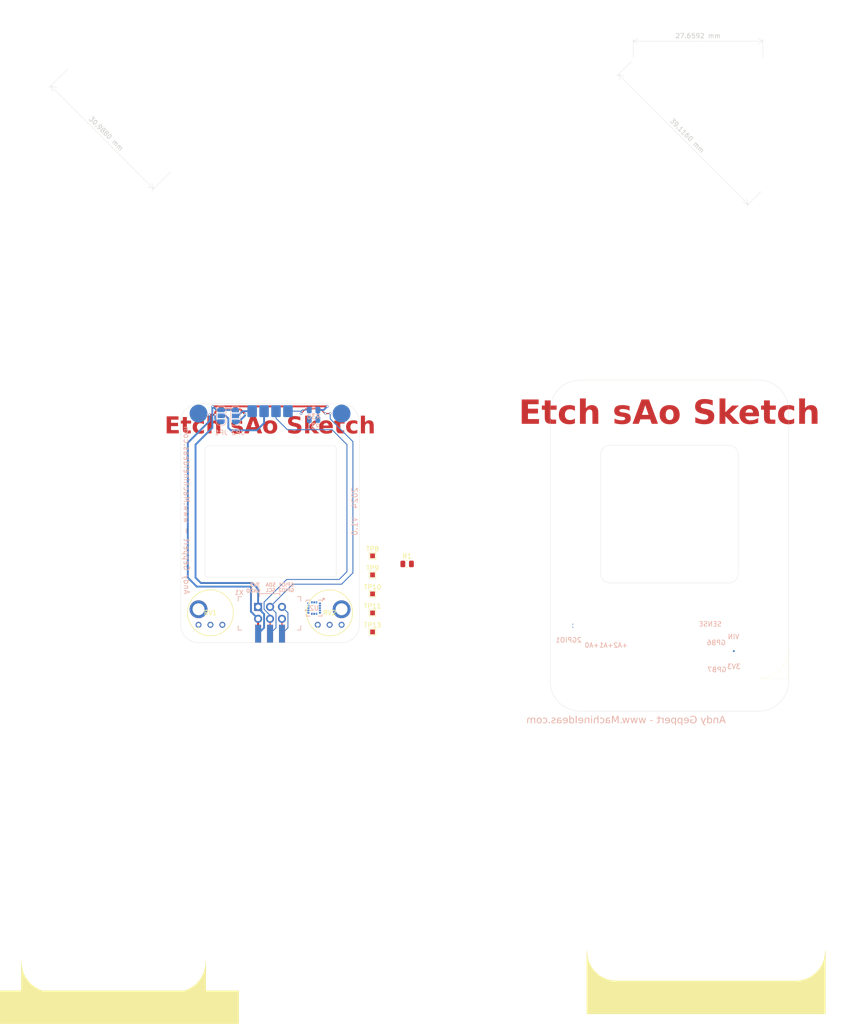
<source format=kicad_pcb>
(kicad_pcb (version 20240108) (generator "pcbnew") (generator_version "8.0")
  (title_block (title "Core4 SAO - PCB Layout") (date "2024-08-21") (rev "0.1") (company "Andy Geppert - Machine Ideas, LLC"))
  (layers (0 "F.Cu" signal) (31 "B.Cu" signal) (34 "B.Paste" user) (35 "F.Paste" user) (36 "B.SilkS" user "B.Silkscreen") (37 "F.SilkS" user "F.Silkscreen") (38 "B.Mask" user) (39 "F.Mask" user) (44 "Edge.Cuts" user))
  (net 0 "")
  (net 1 "VIN")
  (net 2 "Net-(U2-SDO{slash}SA0)")
  (net 3 "GND")
  (net 4 "Net-(U2-CS)")
  (net 5 "Net-(U2-INT2)")
  (net 6 "/GPIO2")
  (net 7 "Net-(U2-RES)")
  (net 8 "Net-(U2-INT1)")
  (net 9 "Net-(U2-ADC3)")
  (net 11 "/GPIO1")
  (net 13 "/SCL")
  (net 14 "/SDA")
  (net 15 "Net-(JP1-C)")
  (net 16 "Net-(JP2-C)")
  (footprint "Andy_Footprint_Library:POT_RES3_91A_TTE" (layer "F.Cu") (at 65.6082 146.1656)
    (property "Reference" "RV1" (at 2.54 -2.54 0) (layer "F.SilkS"))
    (property "Value" "R_POT")
    (fp_circle (center 0 0.635) (end 0.0762 0.635) (stroke (width 0.1524)) (fill none) (layer "F.SilkS"))
    (fp_circle (center 2.54 -2.54) (end 7.4295 -2.54) (stroke (width 0.1524)) (fill none) (layer "F.SilkS"))
    (pad "1" thru_hole circle (at 0 0) (size 1.27 1.27) (drill 0.762) (layers "*.Cu" "*.Mask") (net 1 "VIN"))
    (pad "2" thru_hole circle (at 2.54 0) (size 1.27 1.27) (drill 0.762) (layers "*.Cu" "*.Mask") (net 11 "/GPIO1"))
    (pad "3" thru_hole circle (at 5.08 0) (size 1.27 1.27) (drill 0.762) (layers "*.Cu" "*.Mask") (net 3 "GND"))
  )
  (footprint "TestPoint:TestPoint_Pad_1.0x1.0mm" (layer "F.Cu") (at 102.6922 131.4896)
    (property "Reference" "TP8" (at 0 -1.448 0) (layer "F.SilkS"))
    (property "Value" "TestPoint")
    (fp_line (start -0.7 -0.7) (end 0.7 -0.7) (stroke (width 0.12)) (layer "F.SilkS"))
    (fp_line (start -0.7 0.7) (end -0.7 -0.7) (stroke (width 0.12)) (layer "F.SilkS"))
    (fp_line (start 0.7 -0.7) (end 0.7 0.7) (stroke (width 0.12)) (layer "F.SilkS"))
    (fp_line (start 0.7 0.7) (end -0.7 0.7) (stroke (width 0.12)) (layer "F.SilkS"))
    (pad "1" smd rect (at 0 0) (size 1 1) (layers "F.Cu" "F.Mask") (net 4 "Net-(U2-CS)"))
  )
  (footprint "Andy_Footprint_Library:Badgelife-SAOv169-BADGE-2x3-Edge-Connect-no-front-text" (layer "F.Cu") (at 80.8482 143.6256)
    (property "Reference" "X1" (at -6.604 -4.318 0) (layer "B.SilkS") (effects (justify mirror)))
    (property "Value" "SAO_conn_SFH11-NBPC-D03-ST-BK")
    (fp_line (start -6.785 -3.45) (end -6.054 -3.45) (stroke (width 0.15)) (layer "B.SilkS"))
    (fp_line (start -6.785 -2.521) (end -6.785 -3.45) (stroke (width 0.15)) (layer "B.SilkS"))
    (fp_line (start -6.785 3.662) (end -6.785 2.733) (stroke (width 0.15)) (layer "B.SilkS"))
    (fp_line (start -6.054 3.662) (end -6.785 3.662) (stroke (width 0.15)) (layer "B.SilkS"))
    (fp_line (start -2.214 -3.451) (end -2.213 -4.085) (stroke (width 0.15)) (layer "B.SilkS"))
    (fp_line (start -2.213 -4.085) (end 2.105 -4.085) (stroke (width 0.15)) (layer "B.SilkS"))
    (fp_line (start 2.105 -4.085) (end 2.105 -3.451) (stroke (width 0.15)) (layer "B.SilkS"))
    (fp_line (start 6.55 -3.45) (end 5.819 -3.45) (stroke (width 0.15)) (layer "B.SilkS"))
    (fp_line (start 6.55 -2.521) (end 6.55 -3.45) (stroke (width 0.15)) (layer "B.SilkS"))
    (fp_line (start 6.55 3.662) (end 5.819 3.662) (stroke (width 0.15)) (layer "B.SilkS"))
    (fp_line (start 6.55 3.662) (end 6.55 2.733) (stroke (width 0.15)) (layer "B.SilkS"))
    (fp_text user "GPIO2" (at 3.429 -4.826 0) (layer "B.SilkS") (effects (font (size 0.75 0.75)) (justify mirror)))
    (fp_text user "GPIO1" (at 3.429 -5.969 0) (layer "B.SilkS") (effects (font (size 0.75 0.75)) (justify mirror)))
    (fp_text user "SCL" (at 0.127 -4.826 0) (layer "B.SilkS") (effects (font (size 0.75 0.75)) (justify mirror)))
    (fp_text user "3V3" (at -3.175 -5.969 0) (layer "B.SilkS") (effects (font (size 0.75 0.75)) (justify mirror)))
    (fp_text user "GNDD" (at -3.556 -4.699 0) (layer "B.SilkS") (effects (font (size 0.75 0.75)) (justify mirror)))
    (fp_text user "SDA" (at 0.127 -5.969 0) (layer "B.SilkS") (effects (font (size 0.75 0.75)) (justify mirror)))
    (pad "1" thru_hole rect (at -2.54 -1.27 270) (size 1.7272 1.7272) (drill 1.016) (layers "*.Cu" "*.Mask") (net 1 "VIN"))
    (pad "1" smd rect (at -2.54 4.445) (size 1.27 3.81) (layers "B.Cu" "B.Mask") (net 1 "VIN"))
    (pad "2" thru_hole circle (at -2.54 1.27 270) (size 1.7272 1.7272) (drill 1.016) (layers "*.Cu" "*.Mask") (net 3 "GND"))
    (pad "2" smd rect (at -2.54 4.445) (size 1.27 3.81) (layers "F.Cu" "F.Mask") (net 3 "GND"))
    (pad "3" thru_hole oval (at 0 -1.27 270) (size 1.7272 1.7272) (drill 1.016) (layers "*.Cu" "*.Mask") (net 14 "/SDA"))
    (pad "3" smd rect (at 0 4.445) (size 1.27 3.81) (layers "B.Cu" "B.Mask") (net 14 "/SDA"))
    (pad "4" thru_hole oval (at 0 1.27 270) (size 1.7272 1.7272) (drill 1.016) (layers "*.Cu" "*.Mask") (net 13 "/SCL"))
    (pad "4" smd rect (at 0 4.445) (size 1.27 3.81) (layers "F.Cu" "F.Mask") (net 13 "/SCL"))
    (pad "5" thru_hole circle (at 2.54 -1.27 270) (size 1.7272 1.7272) (drill 1.016) (layers "*.Cu" "*.Mask") (net 11 "/GPIO1"))
    (pad "5" smd rect (at 2.54 4.445) (size 1.27 3.81) (layers "B.Cu" "B.Mask") (net 11 "/GPIO1"))
    (pad "6" thru_hole circle (at 2.54 1.27 270) (size 1.7272 1.7272) (drill 1.016) (layers "*.Cu" "*.Mask") (net 6 "/GPIO2"))
    (pad "6" smd rect (at 2.54 4.445) (size 1.27 3.81) (layers "F.Cu" "F.Mask") (net 6 "/GPIO2"))
  )
  (footprint "Resistor_SMD:R_0805_2012Metric" (layer "F.Cu") (at 110.0582 133.2116)
    (property "Reference" "R1" (at 0 -1.65 0) (layer "F.SilkS"))
    (property "Value" "10K")
    (fp_line (start -0.227064 -0.735) (end 0.227064 -0.735) (stroke (width 0.12)) (layer "F.SilkS"))
    (fp_line (start -0.227064 0.735) (end 0.227064 0.735) (stroke (width 0.12)) (layer "F.SilkS"))
    (pad "1" smd roundrect (at -0.9125 0) (size 1.025 1.4) (layers "F.Cu" "F.Paste" "F.Mask") (roundrect_rratio 0.243902) (net 1 "VIN"))
    (pad "2" smd roundrect (at 0.9125 0) (size 1.025 1.4) (layers "F.Cu" "F.Paste" "F.Mask") (roundrect_rratio 0.243902) (net 2 "Net-(U2-SDO{slash}SA0)"))
  )
  (footprint "TestPoint:TestPoint_Pad_1.0x1.0mm" (layer "F.Cu") (at 102.6922 139.5896)
    (property "Reference" "TP10" (at 0 -1.448 0) (layer "F.SilkS"))
    (property "Value" "TestPoint")
    (fp_line (start -0.7 -0.7) (end 0.7 -0.7) (stroke (width 0.12)) (layer "F.SilkS"))
    (fp_line (start -0.7 0.7) (end -0.7 -0.7) (stroke (width 0.12)) (layer "F.SilkS"))
    (fp_line (start 0.7 -0.7) (end 0.7 0.7) (stroke (width 0.12)) (layer "F.SilkS"))
    (fp_line (start 0.7 0.7) (end -0.7 0.7) (stroke (width 0.12)) (layer "F.SilkS"))
    (pad "1" smd rect (at 0 0) (size 1 1) (layers "F.Cu" "F.Mask") (net 7 "Net-(U2-RES)"))
  )
  (footprint "Andy_Footprint_Library:POT_RES3_91A_TTE" (layer "F.Cu") (at 91.0082 146.1656)
    (property "Reference" "RV2" (at 2.54 -2.54 0) (layer "F.SilkS"))
    (property "Value" "R_POT")
    (fp_circle (center 0 0.635) (end 0.0762 0.635) (stroke (width 0.1524)) (fill none) (layer "F.SilkS"))
    (fp_circle (center 2.54 -2.54) (end 7.4295 -2.54) (stroke (width 0.1524)) (fill none) (layer "F.SilkS"))
    (pad "1" thru_hole circle (at 0 0) (size 1.27 1.27) (drill 0.762) (layers "*.Cu" "*.Mask") (net 1 "VIN"))
    (pad "2" thru_hole circle (at 2.54 0) (size 1.27 1.27) (drill 0.762) (layers "*.Cu" "*.Mask") (net 6 "/GPIO2"))
    (pad "3" thru_hole circle (at 5.08 0) (size 1.27 1.27) (drill 0.762) (layers "*.Cu" "*.Mask") (net 3 "GND"))
  )
  (footprint "TestPoint:TestPoint_Pad_1.0x1.0mm" (layer "F.Cu") (at 102.6922 147.6896)
    (property "Reference" "TP13" (at 0 -1.448 0) (layer "F.SilkS"))
    (property "Value" "TestPoint")
    (fp_line (start -0.7 -0.7) (end 0.7 -0.7) (stroke (width 0.12)) (layer "F.SilkS"))
    (fp_line (start -0.7 0.7) (end -0.7 -0.7) (stroke (width 0.12)) (layer "F.SilkS"))
    (fp_line (start 0.7 -0.7) (end 0.7 0.7) (stroke (width 0.12)) (layer "F.SilkS"))
    (fp_line (start 0.7 0.7) (end -0.7 0.7) (stroke (width 0.12)) (layer "F.SilkS"))
    (pad "1" smd rect (at 0 0) (size 1 1) (layers "F.Cu" "F.Mask") (net 9 "Net-(U2-ADC3)"))
  )
  (footprint "TestPoint:TestPoint_Pad_1.0x1.0mm" (layer "F.Cu") (at 102.6922 143.6396)
    (property "Reference" "TP11" (at 0 -1.448 0) (layer "F.SilkS"))
    (property "Value" "TestPoint")
    (fp_line (start -0.7 -0.7) (end 0.7 -0.7) (stroke (width 0.12)) (layer "F.SilkS"))
    (fp_line (start -0.7 0.7) (end -0.7 -0.7) (stroke (width 0.12)) (layer "F.SilkS"))
    (fp_line (start 0.7 -0.7) (end 0.7 0.7) (stroke (width 0.12)) (layer "F.SilkS"))
    (fp_line (start 0.7 0.7) (end -0.7 0.7) (stroke (width 0.12)) (layer "F.SilkS"))
    (pad "1" smd rect (at 0 0) (size 1 1) (layers "F.Cu" "F.Mask") (net 8 "Net-(U2-INT1)"))
  )
  (footprint "TestPoint:TestPoint_Pad_1.0x1.0mm" (layer "F.Cu") (at 102.6922 135.5396)
    (property "Reference" "TP9" (at 0 -1.448 0) (layer "F.SilkS"))
    (property "Value" "TestPoint")
    (fp_line (start -0.7 -0.7) (end 0.7 -0.7) (stroke (width 0.12)) (layer "F.SilkS"))
    (fp_line (start -0.7 0.7) (end -0.7 -0.7) (stroke (width 0.12)) (layer "F.SilkS"))
    (fp_line (start 0.7 -0.7) (end 0.7 0.7) (stroke (width 0.12)) (layer "F.SilkS"))
    (fp_line (start 0.7 0.7) (end -0.7 0.7) (stroke (width 0.12)) (layer "F.SilkS"))
    (pad "1" smd rect (at 0 0) (size 1 1) (layers "F.Cu" "F.Mask") (net 5 "Net-(U2-INT2)"))
  )
  (footprint "Jumper:SolderJumper-3_P1.3mm_Open_RoundedPad1.0x1.5mm_NumberLabels" (layer "B.Cu") (at 70.4342 101.6856 90)
    (property "Reference" "JP1" (at -3.586 0 180) (layer "B.SilkS") (effects (justify mirror)))
    (property "Value" "SolderJumper_3_Open")
    (fp_line (start -1.4 -1) (end 1.4 -1) (stroke (width 0.12)) (layer "B.SilkS"))
    (fp_line (start 2.05 -0.3) (end 2.05 0.3) (stroke (width 0.12)) (layer "B.SilkS"))
    (fp_line (start -2.05 0.3) (end -2.05 -0.3) (stroke (width 0.12)) (layer "B.SilkS"))
    (fp_line (start 1.4 1) (end -1.4 1) (stroke (width 0.12)) (layer "B.SilkS"))
    (fp_arc (start 1.35 -1) (mid 1.844975 -0.794975) (end 2.05 -0.3) (stroke (width 0.12)) (layer "B.SilkS"))
    (fp_arc (start -2.05 -0.3) (mid -1.844975 -0.794975) (end -1.35 -1) (stroke (width 0.12)) (layer "B.SilkS"))
    (fp_arc (start 2.05 0.3) (mid 1.844975 0.794975) (end 1.35 1) (stroke (width 0.12)) (layer "B.SilkS"))
    (fp_arc (start -1.35 1) (mid -1.844975 0.794975) (end -2.05 0.3) (stroke (width 0.12)) (layer "B.SilkS"))
    (pad "1" smd custom (at -1.3 0 90) (size 1 0.5) (layers "B.Cu" "B.Mask") (net 3 "GND") (options (clearance outline) (anchor rect)) (primitives (gr_circle (center 0 -0.25) (end 0.5 -0.25) (width 0) (fill yes)) (gr_circle (center 0 0.25) (end 0.5 0.25) (width 0) (fill yes)) (gr_poly (pts (xy 0.55 -0.75) (xy 0 -0.75) (xy 0 0.75) (xy 0.55 0.75)) (width 0) (fill yes))))
    (pad "2" smd rect (at 0 0 90) (size 1 1.5) (layers "B.Cu" "B.Mask") (net 15 "Net-(JP1-C)"))
    (pad "3" smd custom (at 1.3 0 90) (size 1 0.5) (layers "B.Cu" "B.Mask") (net 1 "VIN") (options (clearance outline) (anchor rect)) (primitives (gr_circle (center 0 -0.25) (end 0.5 -0.25) (width 0) (fill yes)) (gr_circle (center 0 0.25) (end 0.5 0.25) (width 0) (fill yes)) (gr_poly (pts (xy 0 -0.75) (xy -0.55 -0.75) (xy -0.55 0.75) (xy 0 0.75)) (width 0) (fill yes))))
  )
  (footprint "Andy_Footprint_Library:LGA-16_3x3x1mm_STM" (layer "B.Cu") (at 90.2462 142.6096 180)
    (property "Reference" "U2" (at 0 0 0) (layer "B.SilkS") (effects (justify mirror)))
    (property "Value" "LIS3DHTR")
    (fp_line (start 1.7018 1.7018) (end 1.7018 1.399413) (stroke (width 0.1524)) (layer "B.SilkS"))
    (fp_line (start 1.7018 -1.399413) (end 1.7018 -1.7018) (stroke (width 0.1524)) (layer "B.SilkS"))
    (fp_line (start 1.7018 -1.7018) (end 0.899411 -1.7018) (stroke (width 0.1524)) (layer "B.SilkS"))
    (fp_line (start 0.899411 1.7018) (end 1.7018 1.7018) (stroke (width 0.1524)) (layer "B.SilkS"))
    (fp_line (start -0.899411 -1.7018) (end -1.7018 -1.7018) (stroke (width 0.1524)) (layer "B.SilkS"))
    (fp_line (start -1.7018 1.7018) (end -0.899411 1.7018) (stroke (width 0.1524)) (layer "B.SilkS"))
    (fp_line (start -1.7018 1.399413) (end -1.7018 1.7018) (stroke (width 0.1524)) (layer "B.SilkS"))
    (fp_line (start -1.7018 -1.7018) (end -1.7018 -1.399413) (stroke (width 0.1524)) (layer "B.SilkS"))
    (fp_poly (pts (xy 1.908 -0.309499) (xy 1.908 -0.690499) (xy 1.654 -0.690499) (xy 1.654 -0.309499)) (fill solid) (layer "B.SilkS"))
    (fp_text user "*" (at -2.035 1.631 0) (layer "B.SilkS") (effects (justify mirror)))
    (fp_text user "*" (at -2.035 1.631 0) (layer "B.SilkS") (effects (justify mirror)))
    (pad "1" smd rect (at -1.224999 1.000001 90) (size 0.3556 0.4572) (layers "B.Cu" "B.Paste" "B.Mask") (net 1 "VIN"))
    (pad "2" smd rect (at -1.224999 0.499999 90) (size 0.3556 0.4572) (layers "B.Cu" "B.Paste" "B.Mask"))
    (pad "3" smd rect (at -1.224999 0 90) (size 0.3556 0.4572) (layers "B.Cu" "B.Paste" "B.Mask"))
    (pad "4" smd rect (at -1.224999 -0.499999 90) (size 0.3556 0.4572) (layers "B.Cu" "B.Paste" "B.Mask") (net 13 "/SCL"))
    (pad "5" smd rect (at -1.224999 -1.000001 90) (size 0.3556 0.4572) (layers "B.Cu" "B.Paste" "B.Mask") (net 3 "GND"))
    (pad "6" smd rect (at -0.499999 -1.224999 180) (size 0.3556 0.4572) (layers "B.Cu" "B.Paste" "B.Mask") (net 14 "/SDA"))
    (pad "7" smd rect (at 0 -1.224999 180) (size 0.3556 0.4572) (layers "B.Cu" "B.Paste" "B.Mask") (net 2 "Net-(U2-SDO{slash}SA0)"))
    (pad "8" smd rect (at 0.499999 -1.224999 180) (size 0.3556 0.4572) (layers "B.Cu" "B.Paste" "B.Mask") (net 4 "Net-(U2-CS)"))
    (pad "9" smd rect (at 1.224999 -1.000001 90) (size 0.3556 0.4572) (layers "B.Cu" "B.Paste" "B.Mask") (net 5 "Net-(U2-INT2)"))
    (pad "10" smd rect (at 1.224999 -0.499999 90) (size 0.3556 0.4572) (layers "B.Cu" "B.Paste" "B.Mask") (net 7 "Net-(U2-RES)"))
    (pad "11" smd rect (at 1.224999 0 90) (size 0.3556 0.4572) (layers "B.Cu" "B.Paste" "B.Mask") (net 8 "Net-(U2-INT1)"))
    (pad "12" smd rect (at 1.224999 0.499999 90) (size 0.3556 0.4572) (layers "B.Cu" "B.Paste" "B.Mask") (net 3 "GND"))
    (pad "13" smd rect (at 1.224999 1.000001 90) (size 0.3556 0.4572) (layers "B.Cu" "B.Paste" "B.Mask") (net 9 "Net-(U2-ADC3)"))
    (pad "14" smd rect (at 0.499999 1.224999 180) (size 0.3556 0.4572) (layers "B.Cu" "B.Paste" "B.Mask") (net 1 "VIN"))
    (pad "15" smd rect (at 0 1.224999 180) (size 0.3556 0.4572) (layers "B.Cu" "B.Paste" "B.Mask") (net 6 "/GPIO2"))
    (pad "16" smd rect (at -0.499999 1.224999 180) (size 0.3556 0.4572) (layers "B.Cu" "B.Paste" "B.Mask") (net 11 "/GPIO1"))
  )
  (footprint "Resistor_SMD:R_0805_2012Metric" (layer "B.Cu") (at 90.1192 100.4456 180)
    (property "Reference" "R30" (at -0.0254 -1.4478 0) (layer "B.SilkS") (effects (justify mirror)))
    (property "Value" "10K")
    (fp_line (start 0.227064 0.735) (end -0.227064 0.735) (stroke (width 0.12)) (layer "B.SilkS"))
    (fp_line (start 0.227064 -0.735) (end -0.227064 -0.735) (stroke (width 0.12)) (layer "B.SilkS"))
    (pad "1" smd roundrect (at -0.9125 0 180) (size 1.025 1.4) (layers "B.Cu" "B.Paste" "B.Mask") (roundrect_rratio 0.243902) (net 1 "VIN"))
    (pad "2" smd roundrect (at 0.9125 0 180) (size 1.025 1.4) (layers "B.Cu" "B.Paste" "B.Mask") (roundrect_rratio 0.243902) (net 14 "/SDA"))
  )
  (footprint "Andy_Footprint_Library:OLED_1.50_128x128" (layer "B.Cu") (at 80.8482 122.0356 180)
    (property "Reference" "X3" (hide yes))
    (property "Value" "OLED_128x128")
    (fp_line (start 13.843 -13.462) (end 13.843 13.462) (stroke (width 0.05)) (layer "Edge.Cuts"))
    (fp_line (start 13.335 13.97) (end -13.589 13.97) (stroke (width 0.05)) (layer "Edge.Cuts"))
    (fp_line (start -13.589 -13.97) (end 13.335 -13.97) (stroke (width 0.05)) (layer "Edge.Cuts"))
    (fp_line (start -14.097 13.462) (end -14.097 -13.462) (stroke (width 0.05)) (layer "Edge.Cuts"))
    (fp_arc (start 13.843 13.462) (mid 13.69421 13.82121) (end 13.335 13.97) (stroke (width 0.05)) (layer "Edge.Cuts"))
    (fp_arc (start 13.335 -13.97) (mid 13.69421 -13.82121) (end 13.843 -13.462) (stroke (width 0.05)) (layer "Edge.Cuts"))
    (fp_arc (start -13.589 13.97) (mid -13.94821 13.82121) (end -14.097 13.462) (stroke (width 0.05)) (layer "Edge.Cuts"))
    (fp_arc (start -14.097 -13.462) (mid -13.94821 -13.82121) (end -13.589 -13.97) (stroke (width 0.05)) (layer "Edge.Cuts"))
    (pad "1" smd roundrect (at 3.81 21.336 180) (size 2.032 2.54) (layers "B.Cu" "B.Paste" "B.Mask") (roundrect_rratio 0.125) (net 16 "Net-(JP2-C)"))
    (pad "2" smd roundrect (at 1.27 21.336 180) (size 2.032 2.54) (layers "B.Cu" "B.Paste" "B.Mask") (roundrect_rratio 0.125) (net 15 "Net-(JP1-C)"))
    (pad "3" smd roundrect (at -1.27 21.336 180) (size 2.032 2.54) (layers "B.Cu" "B.Paste" "B.Mask") (roundrect_rratio 0.125) (net 13 "/SCL"))
    (pad "4" smd roundrect (at -3.81 21.336 180) (size 2.032 2.54) (layers "B.Cu" "B.Paste" "B.Mask") (roundrect_rratio 0.125) (net 14 "/SDA"))
    (pad "NC" thru_hole circle (at -15.24 -20.828 180) (size 3.81 3.81) (drill 2.54) (layers "*.Cu" "*.Mask"))
    (pad "NC" smd circle (at -15.24 20.828 180) (size 3.81 3.81) (layers "B.Cu" "B.Paste" "B.Mask"))
    (pad "NC" thru_hole circle (at 15.24 -20.828 180) (size 3.81 3.81) (drill 2.54) (layers "*.Cu" "*.Mask"))
    (pad "NC" smd circle (at 15.24 20.828 180) (size 3.81 3.81) (layers "B.Cu" "B.Paste" "B.Mask"))
  )
  (footprint "Resistor_SMD:R_0805_2012Metric" (layer "B.Cu") (at 90.1192 102.4776 180)
    (property "Reference" "R31" (at 0.0508 -1.4732 0) (layer "B.SilkS") (effects (justify mirror)))
    (property "Value" "10K")
    (fp_line (start 0.227064 0.735) (end -0.227064 0.735) (stroke (width 0.12)) (layer "B.SilkS"))
    (fp_line (start 0.227064 -0.735) (end -0.227064 -0.735) (stroke (width 0.12)) (layer "B.SilkS"))
    (pad "1" smd roundrect (at -0.9125 0 180) (size 1.025 1.4) (layers "B.Cu" "B.Paste" "B.Mask") (roundrect_rratio 0.243902) (net 1 "VIN"))
    (pad "2" smd roundrect (at 0.9125 0 180) (size 1.025 1.4) (layers "B.Cu" "B.Paste" "B.Mask") (roundrect_rratio 0.243902) (net 13 "/SCL"))
  )
  (footprint "Jumper:SolderJumper-3_P1.3mm_Open_RoundedPad1.0x1.5mm_NumberLabels" (layer "B.Cu") (at 73.4822 101.7156 90)
    (property "Reference" "JP2" (at -3.556 0.508 180) (layer "B.SilkS") (effects (justify mirror)))
    (property "Value" "SolderJumper_3_Open")
    (fp_line (start -1.4 -1) (end 1.4 -1) (stroke (width 0.12)) (layer "B.SilkS"))
    (fp_line (start 2.05 -0.3) (end 2.05 0.3) (stroke (width 0.12)) (layer "B.SilkS"))
    (fp_line (start -2.05 0.3) (end -2.05 -0.3) (stroke (width 0.12)) (layer "B.SilkS"))
    (fp_line (start 1.4 1) (end -1.4 1) (stroke (width 0.12)) (layer "B.SilkS"))
    (fp_arc (start 1.35 -1) (mid 1.844975 -0.794975) (end 2.05 -0.3) (stroke (width 0.12)) (layer "B.SilkS"))
    (fp_arc (start -2.05 -0.3) (mid -1.844975 -0.794975) (end -1.35 -1) (stroke (width 0.12)) (layer "B.SilkS"))
    (fp_arc (start 2.05 0.3) (mid 1.844975 0.794975) (end 1.35 1) (stroke (width 0.12)) (layer "B.SilkS"))
    (fp_arc (start -1.35 1) (mid -1.844975 0.794975) (end -2.05 0.3) (stroke (width 0.12)) (layer "B.SilkS"))
    (pad "1" smd custom (at -1.3 0 90) (size 1 0.5) (layers "B.Cu" "B.Mask") (net 3 "GND") (options (clearance outline) (anchor rect)) (primitives (gr_circle (center 0 -0.25) (end 0.5 -0.25) (width 0) (fill yes)) (gr_circle (center 0 0.25) (end 0.5 0.25) (width 0) (fill yes)) (gr_poly (pts (xy 0.55 -0.75) (xy 0 -0.75) (xy 0 0.75) (xy 0.55 0.75)) (width 0) (fill yes))))
    (pad "2" smd rect (at 0 0 90) (size 1 1.5) (layers "B.Cu" "B.Mask") (net 16 "Net-(JP2-C)"))
    (pad "3" smd custom (at 1.3 0 90) (size 1 0.5) (layers "B.Cu" "B.Mask") (net 1 "VIN") (options (clearance outline) (anchor rect)) (primitives (gr_circle (center 0 -0.25) (end 0.5 -0.25) (width 0) (fill yes)) (gr_circle (center 0 0.25) (end 0.5 0.25) (width 0) (fill yes)) (gr_poly (pts (xy 0 -0.75) (xy -0.55 -0.75) (xy -0.55 0.75) (xy 0 0.75)) (width 0) (fill yes))))
  )
  (gr_line (start 191.3382 157.5956) (end 184.9882 157.5956) (stroke (width 0.0254)) (layer "F.SilkS"))
  (gr_rect (start 148.3614 221.9846) (end 199.1614 228.9696) (stroke (width 0.12)) (fill solid) (layer "F.SilkS"))
  (gr_rect (start 23.368 224.0674) (end 74.168 231.0524) (stroke (width 0.12)) (fill solid) (layer "F.SilkS"))
  (gr_poly (pts (xy 199.1614 215.6346) (xy 199.136 216.1426) (xy 199.0852 216.6252) (xy 199.0344 216.9046) (xy 198.9836 217.1078) (xy 198.9328 217.311) (xy 198.8566 217.5904) (xy 198.755 217.8952) (xy 198.6788 218.073) (xy 198.5772 218.2762) (xy 198.4756 218.5048) (xy 198.3486 218.7334) (xy 198.12 219.1144) (xy 197.9676 219.343) (xy 197.7644 219.597) (xy 197.5358 219.8764) (xy 197.301528 220.124728) (xy 197.0786 220.3336) (xy 196.7484 220.613) (xy 196.5452 220.7654) (xy 196.1388 221.0448) (xy 195.8594 221.1972) (xy 195.6308 221.3242) (xy 195.3006 221.4766) (xy 194.818 221.6544) (xy 194.31 221.8068) (xy 193.8274 221.9084) (xy 193.3956 221.9592) (xy 192.8114 221.9846) (xy 199.1614 221.9846)) (stroke (width 0.12)) (fill solid) (layer "F.SilkS"))
  (gr_line (start 191.3382 151.2456) (end 191.3382 157.5956) (stroke (width 0.0254)) (layer "F.SilkS"))
  (gr_poly (pts (xy 154.7114 221.9846) (xy 154.2034 221.9592) (xy 153.7208 221.9084) (xy 153.4414 221.8576) (xy 153.2382 221.8068) (xy 153.035 221.756) (xy 152.7556 221.6798) (xy 152.4508 221.5782) (xy 152.273 221.502) (xy 152.0698 221.4004) (xy 151.8412 221.2988) (xy 151.6126 221.1718) (xy 151.2316 220.9432) (xy 151.003 220.7908) (xy 150.749 220.5876) (xy 150.4696 220.359) (xy 150.221272 220.124728) (xy 150.0124 219.9018) (xy 149.733 219.5716) (xy 149.5806 219.3684) (xy 149.3012 218.962) (xy 149.1488 218.6826) (xy 149.0218 218.454) (xy 148.8694 218.1238) (xy 148.6916 217.6412) (xy 148.5392 217.1332) (xy 148.4376 216.6506) (xy 148.3868 216.2188) (xy 148.3614 215.6346) (xy 148.3614 221.9846)) (stroke (width 0.12)) (fill solid) (layer "F.SilkS"))
  (gr_poly (pts (xy 34.208128 224.339772) (xy 33.700128 224.314372) (xy 33.217528 224.263572) (xy 32.938128 224.212772) (xy 32.734928 224.161972) (xy 32.531728 224.111172) (xy 32.252328 224.034972) (xy 31.947528 223.933372) (xy 31.769728 223.857172) (xy 31.566528 223.755572) (xy 31.337928 223.653972) (xy 31.109328 223.526972) (xy 30.728328 223.298372) (xy 30.499728 223.145972) (xy 30.245728 222.942772) (xy 29.966328 222.714172) (xy 29.718 222.4799) (xy 29.509128 222.256972) (xy 29.229728 221.926772) (xy 29.077328 221.723572) (xy 28.797928 221.317172) (xy 28.645528 221.037772) (xy 28.518528 220.809172) (xy 28.366128 220.478972) (xy 28.188328 219.996372) (xy 28.035928 219.488372) (xy 27.934328 219.005772) (xy 27.883528 218.573972) (xy 27.858128 217.989772) (xy 27.858128 224.339772)) (stroke (width 0.12)) (fill solid) (layer "F.SilkS"))
  (gr_arc (start 191.3382 151.2456) (mid 189.478328 155.735728) (end 184.9882 157.5956) (stroke (width 0.0254)) (layer "F.SilkS"))
  (gr_poly (pts (xy 67.137872 217.989772) (xy 67.112472 218.497772) (xy 67.061672 218.980372) (xy 67.010872 219.259772) (xy 66.960072 219.462972) (xy 66.909272 219.666172) (xy 66.833072 219.945572) (xy 66.731472 220.250372) (xy 66.655272 220.428172) (xy 66.553672 220.631372) (xy 66.452072 220.859972) (xy 66.325072 221.088572) (xy 66.096472 221.469572) (xy 65.944072 221.698172) (xy 65.740872 221.952172) (xy 65.512272 222.231572) (xy 65.278 222.4799) (xy 65.055072 222.688772) (xy 64.724872 222.968172) (xy 64.521672 223.120572) (xy 64.115272 223.399972) (xy 63.835872 223.552372) (xy 63.607272 223.679372) (xy 63.277072 223.831772) (xy 62.794472 224.009572) (xy 62.286472 224.161972) (xy 61.803872 224.263572) (xy 61.372072 224.314372) (xy 60.787872 224.339772) (xy 67.137872 224.339772)) (stroke (width 0.12)) (fill solid) (layer "F.SilkS"))
  (gr_line (start 178.6382 137.2756) (end 153.2382 137.2756) (stroke (width 0.05)) (layer "Edge.Cuts"))
  (gr_line (start 99.8982 102.9856) (end 99.8982 146.1656) (stroke (width 0.05)) (layer "Edge.Cuts"))
  (gr_line (start 153.238197 107.975343) (end 178.638197 107.975343) (stroke (width 0.05)) (layer "Edge.Cuts"))
  (gr_arc (start 61.7982 102.9856) (mid 62.914123 100.291523) (end 65.6082 99.1756) (stroke (width 0.05)) (layer "Edge.Cuts"))
  (gr_arc (start 140.5382 100.4456) (mid 142.398072 95.955472) (end 146.8882 94.0956) (stroke (width 0.05)) (layer "Edge.Cuts"))
  (gr_line (start 191.3382 100.4456) (end 191.3382 158.185472) (stroke (width 0.05)) (layer "Edge.Cuts"))
  (gr_arc (start 153.2382 137.2756) (mid 151.859262 136.704419) (end 151.28807 135.325473) (stroke (width 0.05)) (layer "Edge.Cuts"))
  (gr_line (start 184.9882 164.535472) (end 146.8882 164.535472) (stroke (width 0.05)) (layer "Edge.Cuts"))
  (gr_line (start 140.5382 158.185472) (end 140.5382 100.4456) (stroke (width 0.05)) (layer "Edge.Cuts"))
  (gr_line (start 146.8882 94.0956) (end 184.9882 94.0956) (stroke (width 0.05)) (layer "Edge.Cuts"))
  (gr_line (start 180.588327 109.92547) (end 180.588327 135.32547) (stroke (width 0.05)) (layer "Edge.Cuts"))
  (gr_line (start 61.7982 146.1656) (end 61.7982 102.9856) (stroke (width 0.05)) (layer "Edge.Cuts"))
  (gr_arc (start 180.588327 135.32547) (mid 180.017159 136.704437) (end 178.6382 137.2756) (stroke (width 0.05)) (layer "Edge.Cuts"))
  (gr_arc (start 96.0882 99.1756) (mid 98.782277 100.291523) (end 99.8982 102.9856) (stroke (width 0.05)) (layer "Edge.Cuts"))
  (gr_arc (start 178.638197 107.975343) (mid 180.017158 108.546519) (end 180.588327 109.92547) (stroke (width 0.05)) (layer "Edge.Cuts"))
  (gr_line (start 65.6082 149.9756) (end 96.0882 149.9756) (stroke (width 0.05)) (layer "Edge.Cuts"))
  (gr_arc (start 184.9882 94.0956) (mid 189.478328 95.955472) (end 191.3382 100.4456) (stroke (width 0.05)) (layer "Edge.Cuts"))
  (gr_arc (start 99.8982 146.1656) (mid 98.782277 148.859677) (end 96.0882 149.9756) (stroke (width 0.05)) (layer "Edge.Cuts"))
  (gr_line (start 151.28807 109.925473) (end 151.28807 135.325473) (stroke (width 0.05)) (layer "Edge.Cuts"))
  (gr_arc (start 65.6082 149.9756) (mid 62.914123 148.859677) (end 61.7982 146.1656) (stroke (width 0.05)) (layer "Edge.Cuts"))
  (gr_arc (start 151.28807 109.925473) (mid 151.859258 108.546541) (end 153.238197 107.975343) (stroke (width 0.05)) (layer "Edge.Cuts"))
  (gr_arc (start 191.3382 158.185472) (mid 189.478327 162.675599) (end 184.9882 164.535472) (stroke (width 0.05)) (layer "Edge.Cuts"))
  (gr_arc (start 146.8882 164.535472) (mid 142.398082 162.675598) (end 140.5382 158.185472) (stroke (width 0.05)) (layer "Edge.Cuts"))
  (gr_line (start 65.6082 99.1756) (end 96.0882 99.1756) (stroke (width 0.05)) (layer "Edge.Cuts"))
  (gr_text "Etch sAo Sketch" (at 80.8482 106.0336 0) (layer "F.Cu") (effects (font (size 3.556 3.556) (thickness 0.508) (bold yes)) (justify bottom)))
  (gr_text "Etch sAo Sketch" (at 165.9382 104.2556 0) (layer "F.Cu") (effects (font (size 5.08 5.08) (thickness 0.508) (bold yes)) (justify bottom)))
  (gr_text "Andy Geppert - www.MachineIdeas.com" (at 135.4582 166.4856 0) (layer "B.SilkS") (effects (font (size 1.524 1.524) (thickness 0.2032)) (justify right mirror)))
  (gr_text "2GPIO1" (at 147.2946 149.4168 0) (layer "B.SilkS") (effects (font (size 1.016 1.016) (thickness 0.1524)) (justify left mirror)))
  (gr_text "+A2+A1+A0" (at 157.1452 150.5136 0) (layer "B.SilkS") (effects (font (size 1 1)) (justify left mirror)))
  (gr_text "3V3" (at 181.1782 155.0556 0) (layer "B.SilkS") (effects (font (size 1.016 1.016) (thickness 0.1524)) (justify left mirror)))
  (gr_text "GPB7" (at 178.181 155.716 -0) (layer "B.SilkS") (effects (font (size 1.016 1.016) (thickness 0.1524)) (justify left mirror)))
  (gr_text "2024  V1.0" (at 98.8822 122.0356 90) (layer "B.SilkS") (effects (font (size 1.2 1.2)) (justify mirror)))
  (gr_text "SENSE" (at 177.165 146.0132 0) (layer "B.SilkS") (effects (font (size 1.016 1.016) (thickness 0.1524)) (justify left mirror)))
  (gr_text "GPB6" (at 178.0286 149.9756 -0) (layer "B.SilkS") (effects (font (size 1.016 1.016) (thickness 0.1524)) (justify left mirror)))
  (gr_text "VIN" (at 180.9242 148.7056 0) (layer "B.SilkS") (effects (font (size 1.016 1.016) (thickness 0.1524)) (justify left mirror)))
  (gr_text "Andy Geppert - www.MachineIdeas.com" (at 63.0682 121.7816 270) (layer "B.SilkS") (effects (font (size 1.2 1.2)) (justify mirror)))
  (dimension (type aligned) (layer "Edge.Cuts") (pts (xy 185.863794 25.910005) (xy 158.204605 25.910005)) (height 3.950406) (gr_text "1.0889 in" (at 172.034199 20.809599 0) (layer "Edge.Cuts") (effects (font (size 1 1) (thickness 0.15)))) (format (prefix "") (suffix "") (units 3) (units_format 1) (precision 4)) (style (thickness 0.05) (arrow_length 1.27) (text_position_mode 0) (extension_height 0.58642) (extension_offset 0.5) keep_text_aligned))
  (dimension (type aligned) (layer "Edge.Cuts") (pts (xy 60.0202 49.425512) (xy 38.108375 27.513687)) (height -5.598542) (gr_text "1.2200 in" (at 45.918693 41.615193 -45) (layer "Edge.Cuts") (effects (font (size 1 1) (thickness 0.15)))) (format (prefix "") (suffix "") (units 3) (units_format 1) (precision 4)) (style (thickness 0.05) (arrow_length 1.27) (text_position_mode 0) (extension_height 0.58642) (extension_offset 0.5) keep_text_aligned))
  (dimension (type aligned) (layer "Edge.Cuts") (pts (xy 185.863794 53.569194) (xy 158.204605 25.910005)) (height -4.414524) (gr_text "1.5400 in" (at 169.725832 42.047966 -45) (layer "Edge.Cuts") (effects (font (size 1 1) (thickness 0.15)))) (format (prefix "") (suffix "") (units 3) (units_format 1) (precision 4)) (style (thickness 0.05) (arrow_length 1.27) (text_position_mode 0) (extension_height 0.58642) (extension_offset 0.5) keep_text_aligned))
  (segment (start 179.6776 151.7602) (end 179.6542 151.7836) (width 0.4064) (layer "B.Cu") (net 0))
  (segment (start 145.3452 146.6736) (end 145.3642 146.6926) (width 0.2032) (layer "B.Cu") (net 0))
  (segment (start 145.3602 146.0386) (end 145.3642 146.0426) (width 0.2032) (layer "B.Cu") (net 0))
  (segment (start 93.0402 99.6836) (end 68.6562 99.6836) (width 0.4064) (layer "F.Cu") (net 1))
  (via (at 68.6562 99.6836) (size 0.508) (drill 0.3048) (layers "F.Cu" "B.Cu") (net 1))
  (via (at 93.0402 99.6836) (size 0.508) (drill 0.3048) (layers "F.Cu" "B.Cu") (net 1))
  (segment (start 91.0317 100.4456) (end 91.0317 102.4776) (width 0.4064) (layer "B.Cu") (net 1))
  (segment (start 66.1162 137.2756) (end 77.0382 137.2756) (width 0.4064) (layer "B.Cu") (net 1))
  (segment (start 69.4182 100.4456) (end 73.1682 100.4456) (width 0.4064) (layer "B.Cu") (net 1))
  (segment (start 64.9732 107.8116) (end 64.9732 136.1326) (width 0.4064) (layer "B.Cu") (net 1))
  (segment (start 79.5782 143.8796) (end 79.5782 146.8006) (width 0.4064) (layer "B.Cu") (net 1))
  (segment (start 68.5546 104.2302) (end 64.9732 107.8116) (width 0.4064) (layer "B.Cu") (net 1))
  (segment (start 78.3082 138.5456) (end 78.3082 142.3556) (width 0.4064) (layer "B.Cu") (net 1))
  (segment (start 64.9732 136.1326) (end 66.1162 137.2756) (width 0.4064) (layer "B.Cu") (net 1))
  (segment (start 78.3082 142.6096) (end 79.5782 143.8796) (width 0.4064) (layer "B.Cu") (net 1))
  (segment (start 68.6562 99.6836) (end 68.5546 99.7852) (width 0.4064) (layer "B.Cu") (net 1))
  (segment (start 68.5546 99.7852) (end 68.5546 104.2302) (width 0.4064) (layer "B.Cu") (net 1))
  (segment (start 92.2782 100.4456) (end 91.0317 100.4456) (width 0.4064) (layer "B.Cu") (net 1))
  (segment (start 93.0402 99.6836) (end 92.2782 100.4456) (width 0.4064) (layer "B.Cu") (net 1))
  (segment (start 77.0382 137.2756) (end 78.3082 138.5456) (width 0.4064) (layer "B.Cu") (net 1))
  (segment (start 79.5782 146.8006) (end 78.3082 148.0706) (width 0.4064) (layer "B.Cu") (net 1))
  (segment (start 68.6562 99.6836) (end 69.4182 100.4456) (width 0.4064) (layer "B.Cu") (net 1))
  (segment (start 78.3082 142.3556) (end 78.3082 142.6096) (width 0.4064) (layer "B.Cu") (net 1))
  (segment (start 78.3082 144.8956) (end 78.3082 148.0706) (width 0.4064) (layer "F.Cu") (net 3))
  (segment (start 74.5236 100.3186) (end 75.5142 101.3092) (width 0.4064) (layer "F.Cu") (net 3))
  (segment (start 69.1642 101.4616) (end 67.944468 101.4616) (width 0.4064) (layer "F.Cu") (net 3))
  (segment (start 69.1642 101.4616) (end 69.1642 100.903332) (width 0.4064) (layer "F.Cu") (net 3))
  (segment (start 69.1642 100.903332) (end 69.748932 100.3186) (width 0.4064) (layer "F.Cu") (net 3))
  (segment (start 69.748932 100.3186) (end 74.5236 100.3186) (width 0.4064) (layer "F.Cu") (net 3))
  (via (at 69.1642 101.4616) (size 0.508) (drill 0.3048) (layers "F.Cu" "B.Cu") (net 3))
  (via (at 67.944468 101.4616) (size 0.508) (drill 0.3048) (layers "F.Cu" "B.Cu") (net 3))
  (via (at 75.5142 101.3092) (size 0.508) (drill 0.3048) (layers "F.Cu" "B.Cu") (net 3))
  (segment (start 67.944468 102.808332) (end 63.3222 107.4306) (width 0.4064) (layer "B.Cu") (net 3))
  (segment (start 69.1642 102.3768) (end 69.773 102.9856) (width 0.4064) (layer "B.Cu") (net 3))
  (segment (start 67.944468 101.4616) (end 67.944468 102.808332) (width 0.4064) (layer "B.Cu") (net 3))
  (segment (start 69.773 102.9856) (end 70.4342 102.9856) (width 0.4064) (layer "B.Cu") (net 3))
  (segment (start 76.7842 138.0376) (end 76.7842 143.3716) (width 0.4064) (layer "B.Cu") (net 3))
  (segment (start 76.7842 143.3716) (end 78.3082 144.8956) (width 0.4064) (layer "B.Cu") (net 3))
  (segment (start 69.1642 101.4616) (end 69.1642 102.3768) (width 0.4064) (layer "B.Cu") (net 3))
  (segment (start 75.5142 101.6448) (end 74.1434 103.0156) (width 0.4064) (layer "B.Cu") (net 3))
  (segment (start 74.1434 103.0156) (end 73.4822 103.0156) (width 0.4064) (layer "B.Cu") (net 3))
  (segment (start 63.3222 107.4306) (end 63.3222 136.1326) (width 0.4064) (layer "B.Cu") (net 3))
  (segment (start 63.3222 136.1326) (end 65.2272 138.0376) (width 0.4064) (layer "B.Cu") (net 3))
  (segment (start 65.2272 138.0376) (end 76.7842 138.0376) (width 0.4064) (layer "B.Cu") (net 3))
  (segment (start 75.5142 101.3092) (end 75.5142 101.6448) (width 0.4064) (layer "B.Cu") (net 3))
  (segment (start 83.3882 144.8956) (end 83.3882 148.0706) (width 0.2032) (layer "F.Cu") (net 6))
  (segment (start 83.3882 142.3556) (end 84.6582 143.6256) (width 0.2032) (layer "B.Cu") (net 11))
  (segment (start 84.6582 143.6256) (end 84.6582 146.8006) (width 0.2032) (layer "B.Cu") (net 11))
  (segment (start 84.6582 146.8006) (end 83.3882 148.0706) (width 0.2032) (layer "B.Cu") (net 11))
  (segment (start 80.8482 144.8956) (end 80.8482 148.0706) (width 0.2032) (layer "F.Cu") (net 13))
  (segment (start 97.2312 107.8116) (end 97.2312 134.8626) (width 0.2032) (layer "B.Cu") (net 13))
  (segment (start 79.5782 142.8636) (end 80.8482 144.1336) (width 0.2032) (layer "B.Cu") (net 13))
  (segment (start 84.5312 104.6366) (end 82.1182 102.2236) (width 0.2032) (layer "B.Cu") (net 13))
  (segment (start 89.4842 104.6366) (end 84.5312 104.6366) (width 0.2032) (layer "B.Cu") (net 13))
  (segment (start 82.1182 102.2236) (end 82.1182 100.6996) (width 0.2032) (layer "B.Cu") (net 13))
  (segment (start 79.5782 141.3396) (end 79.5782 142.8636) (width 0.2032) (layer "B.Cu") (net 13))
  (segment (start 80.8482 144.1336) (end 80.8482 144.8956) (width 0.2032) (layer "B.Cu") (net 13))
  (segment (start 89.4842 104.6366) (end 94.0562 104.6366) (width 0.2032) (layer "B.Cu") (net 13))
  (segment (start 89.2067 104.3591) (end 89.4842 104.6366) (width 0.2032) (layer "B.Cu") (net 13))
  (segment (start 84.4042 136.5136) (end 79.5782 141.3396) (width 0.2032) (layer "B.Cu") (net 13))
  (segment (start 94.0562 104.6366) (end 97.2312 107.8116) (width 0.2032) (layer "B.Cu") (net 13))
  (segment (start 97.2312 134.8626) (end 95.5802 136.5136) (width 0.2032) (layer "B.Cu") (net 13))
  (segment (start 95.5802 136.5136) (end 84.4042 136.5136) (width 0.2032) (layer "B.Cu") (net 13))
  (segment (start 89.2067 102.4776) (end 89.2067 104.3591) (width 0.2032) (layer "B.Cu") (net 13))
  (segment (start 92.517459 101.192859) (end 92.6338 101.192859) (width 0.2032) (layer "F.Cu") (net 14))
  (segment (start 91.5162 100.1916) (end 92.517459 101.192859) (width 0.2032) (layer "F.Cu") (net 14))
  (segment (start 92.648541 101.2076) (end 93.6752 101.2076) (width 0.2032) (layer "F.Cu") (net 14))
  (segment (start 87.4522 101.2076) (end 88.4682 100.1916) (width 0.2032) (layer "F.Cu") (net 14))
  (segment (start 92.6338 101.192859) (end 92.648541 101.2076) (width 0.2032) (layer "F.Cu") (net 14))
  (segment (start 88.4682 100.1916) (end 91.5162 100.1916) (width 0.2032) (layer "F.Cu") (net 14))
  (via (at 93.6752 101.2076) (size 0.508) (drill 0.3048) (layers "F.Cu" "B.Cu") (net 14))
  (via (at 92.6338 101.192859) (size 0.508) (drill 0.3048) (layers "F.Cu" "B.Cu") (net 14))
  (via (at 87.4522 101.2076) (size 0.508) (drill 0.3048) (layers "F.Cu" "B.Cu") (net 14))
  (segment (start 80.8482 142.3556) (end 82.1182 143.6256) (width 0.2032) (layer "B.Cu") (net 14))
  (segment (start 82.1182 146.8006) (end 80.8482 148.0706) (width 0.2032) (layer "B.Cu") (net 14))
  (segment (start 98.5012 107.1766) (end 98.5012 135.1166) (width 0.2032) (layer "B.Cu") (net 14))
  (segment (start 84.6582 100.6996) (end 87.4522 100.6996) (width 0.2032) (layer "B.Cu") (net 14))
  (segment (start 82.1182 143.6256) (end 82.1182 146.8006) (width 0.2032) (layer "B.Cu") (net 14))
  (segment (start 87.7062 100.4456) (end 89.2067 100.4456) (width 0.2032) (layer "B.Cu") (net 14))
  (segment (start 87.4522 100.6996) (end 87.4522 101.2076) (width 0.2032) (layer "B.Cu") (net 14))
  (segment (start 93.6752 101.2076) (end 93.6752 102.3506) (width 0.2032) (layer "B.Cu") (net 14))
  (segment (start 93.6752 102.3506) (end 98.5012 107.1766) (width 0.2032) (layer "B.Cu") (net 14))
  (segment (start 85.6742 137.5296) (end 80.8482 142.3556) (width 0.2032) (layer "B.Cu") (net 14))
  (segment (start 98.5012 135.1166) (end 96.0882 137.5296) (width 0.2032) (layer "B.Cu") (net 14))
  (segment (start 87.4522 100.6996) (end 87.7062 100.4456) (width 0.2032) (layer "B.Cu") (net 14))
  (segment (start 96.0882 137.5296) (end 85.6742 137.5296) (width 0.2032) (layer "B.Cu") (net 14))
  (segment (start 71.9254 102.2236) (end 71.9582 102.2236) (width 0.4064) (layer "B.Cu") (net 15))
  (segment (start 71.9582 102.2236) (end 71.9582 102.2564) (width 0.4064) (layer "B.Cu") (net 15))
  (segment (start 71.9582 104.2556) (end 72.4662 104.7636) (width 0.4064) (layer "B.Cu") (net 15))
  (segment (start 71.9582 102.2564) (end 71.9582 102.2564) (width 0.4064) (layer "B.Cu") (net 15))
  (segment (start 78.0542 104.7636) (end 79.5782 103.2396) (width 0.4064) (layer "B.Cu") (net 15))
  (segment (start 70.4342 101.6856) (end 71.3874 101.6856) (width 0.4064) (layer "B.Cu") (net 15))
  (segment (start 71.9582 102.2564) (end 71.9582 104.2556) (width 0.4064) (layer "B.Cu") (net 15))
  (segment (start 72.4662 104.7636) (end 78.0542 104.7636) (width 0.4064) (layer "B.Cu") (net 15))
  (segment (start 71.3874 101.6856) (end 71.9254 102.2236) (width 0.4064) (layer "B.Cu") (net 15))
  (segment (start 79.5782 103.2396) (end 79.5782 102.2236) (width 0.4064) (layer "B.Cu") (net 15))
  (segment (start 79.5782 102.2236) (end 79.5782 100.6996) (width 0.4064) (layer "B.Cu") (net 15))
  (segment (start 73.4822 101.7156) (end 73.992168 101.7156) (width 0.4064) (layer "B.Cu") (net 16))
  (segment (start 73.992168 101.7156) (end 75.008168 100.6996) (width 0.4064) (layer "B.Cu") (net 16))
  (segment (start 75.008168 100.6996) (end 77.0382 100.6996) (width 0.4064) (layer "B.Cu") (net 16))
)
</source>
